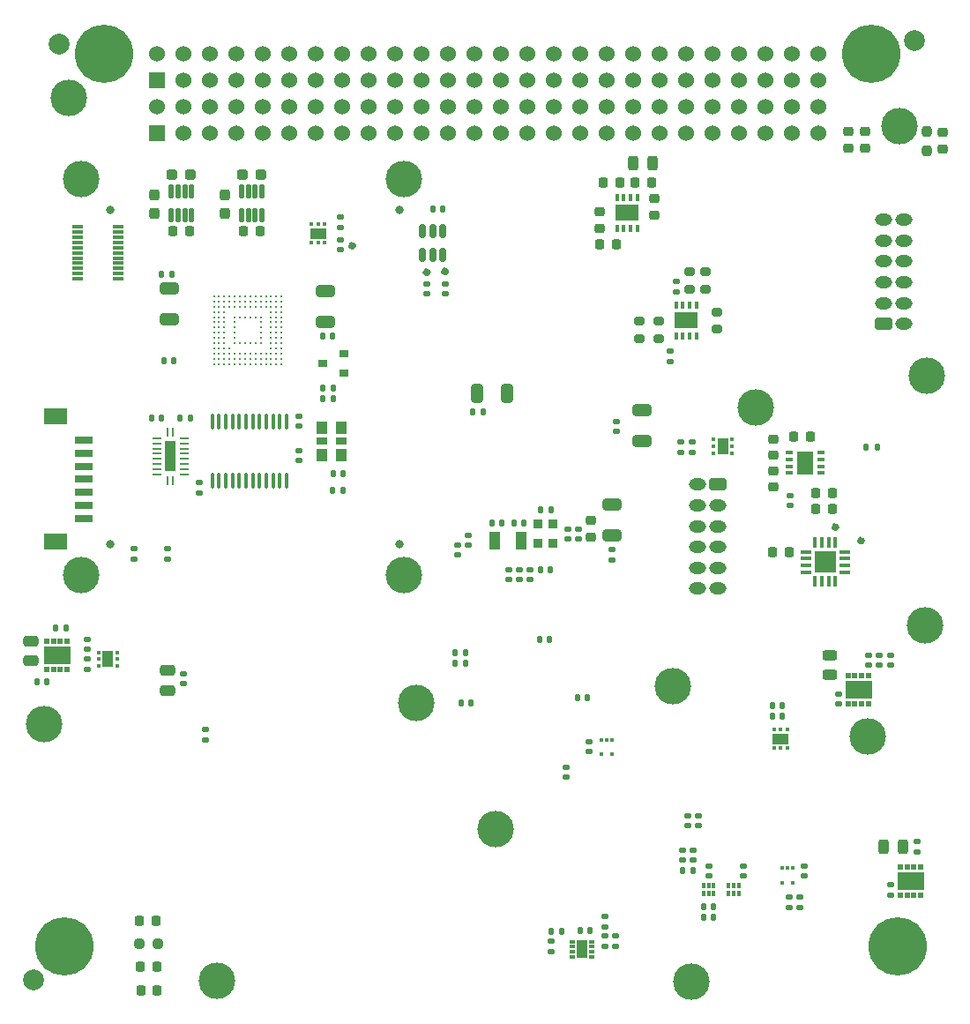
<source format=gbs>
G04 #@! TF.GenerationSoftware,KiCad,Pcbnew,7.0.0-da2b9df05c~171~ubuntu22.04.1*
G04 #@! TF.CreationDate,2023-04-06T22:28:54+03:00*
G04 #@! TF.ProjectId,satnogs-comms,7361746e-6f67-4732-9d63-6f6d6d732e6b,rev?*
G04 #@! TF.SameCoordinates,Original*
G04 #@! TF.FileFunction,Soldermask,Bot*
G04 #@! TF.FilePolarity,Negative*
%FSLAX46Y46*%
G04 Gerber Fmt 4.6, Leading zero omitted, Abs format (unit mm)*
G04 Created by KiCad (PCBNEW 7.0.0-da2b9df05c~171~ubuntu22.04.1) date 2023-04-06 22:28:54*
%MOMM*%
%LPD*%
G01*
G04 APERTURE LIST*
G04 Aperture macros list*
%AMRoundRect*
0 Rectangle with rounded corners*
0 $1 Rounding radius*
0 $2 $3 $4 $5 $6 $7 $8 $9 X,Y pos of 4 corners*
0 Add a 4 corners polygon primitive as box body*
4,1,4,$2,$3,$4,$5,$6,$7,$8,$9,$2,$3,0*
0 Add four circle primitives for the rounded corners*
1,1,$1+$1,$2,$3*
1,1,$1+$1,$4,$5*
1,1,$1+$1,$6,$7*
1,1,$1+$1,$8,$9*
0 Add four rect primitives between the rounded corners*
20,1,$1+$1,$2,$3,$4,$5,0*
20,1,$1+$1,$4,$5,$6,$7,0*
20,1,$1+$1,$6,$7,$8,$9,0*
20,1,$1+$1,$8,$9,$2,$3,0*%
%AMOutline4P*
0 Free polygon, 4 corners , with rotation*
0 The origin of the aperture is its center*
0 number of corners: always 4*
0 $1 to $8 corner X, Y*
0 $9 Rotation angle, in degrees counterclockwise*
0 create outline with 4 corners*
4,1,4,$1,$2,$3,$4,$5,$6,$7,$8,$1,$2,$9*%
G04 Aperture macros list end*
%ADD10C,0.600000*%
%ADD11R,1.524000X1.524000*%
%ADD12C,1.524000*%
%ADD13C,5.600000*%
%ADD14C,3.500000*%
%ADD15C,0.800000*%
%ADD16RoundRect,0.250000X-0.575000X0.350000X-0.575000X-0.350000X0.575000X-0.350000X0.575000X0.350000X0*%
%ADD17O,1.650000X1.200000*%
%ADD18RoundRect,0.250000X0.575000X-0.350000X0.575000X0.350000X-0.575000X0.350000X-0.575000X-0.350000X0*%
%ADD19RoundRect,0.147500X0.172500X-0.147500X0.172500X0.147500X-0.172500X0.147500X-0.172500X-0.147500X0*%
%ADD20RoundRect,0.147500X-0.147500X-0.172500X0.147500X-0.172500X0.147500X0.172500X-0.147500X0.172500X0*%
%ADD21RoundRect,0.087500X-0.425000X-0.087500X0.425000X-0.087500X0.425000X0.087500X-0.425000X0.087500X0*%
%ADD22RoundRect,0.087500X-0.087500X-0.425000X0.087500X-0.425000X0.087500X0.425000X-0.087500X0.425000X0*%
%ADD23R,2.100000X2.100000*%
%ADD24RoundRect,0.218750X-0.218750X-0.256250X0.218750X-0.256250X0.218750X0.256250X-0.218750X0.256250X0*%
%ADD25RoundRect,0.237500X0.287500X0.237500X-0.287500X0.237500X-0.287500X-0.237500X0.287500X-0.237500X0*%
%ADD26RoundRect,0.237500X0.237500X-0.287500X0.237500X0.287500X-0.237500X0.287500X-0.237500X-0.287500X0*%
%ADD27C,0.240000*%
%ADD28RoundRect,0.218750X0.256250X-0.218750X0.256250X0.218750X-0.256250X0.218750X-0.256250X-0.218750X0*%
%ADD29RoundRect,0.218750X0.218750X0.256250X-0.218750X0.256250X-0.218750X-0.256250X0.218750X-0.256250X0*%
%ADD30RoundRect,0.075000X-0.075000X0.275000X-0.075000X-0.275000X0.075000X-0.275000X0.075000X0.275000X0*%
%ADD31R,2.300000X1.500000*%
%ADD32RoundRect,0.147500X0.147500X0.172500X-0.147500X0.172500X-0.147500X-0.172500X0.147500X-0.172500X0*%
%ADD33RoundRect,0.250000X-0.650000X0.325000X-0.650000X-0.325000X0.650000X-0.325000X0.650000X0.325000X0*%
%ADD34RoundRect,0.147500X-0.172500X0.147500X-0.172500X-0.147500X0.172500X-0.147500X0.172500X0.147500X0*%
%ADD35RoundRect,0.250000X0.325000X0.650000X-0.325000X0.650000X-0.325000X-0.650000X0.325000X-0.650000X0*%
%ADD36RoundRect,0.218750X-0.256250X0.218750X-0.256250X-0.218750X0.256250X-0.218750X0.256250X0.218750X0*%
%ADD37R,1.000000X1.800000*%
%ADD38RoundRect,0.250000X0.650000X-0.325000X0.650000X0.325000X-0.650000X0.325000X-0.650000X-0.325000X0*%
%ADD39R,0.470000X0.560000*%
%ADD40C,1.000000*%
%ADD41R,2.520000X1.700000*%
%ADD42RoundRect,0.243750X0.243750X0.456250X-0.243750X0.456250X-0.243750X-0.456250X0.243750X-0.456250X0*%
%ADD43RoundRect,0.140000X0.140000X0.170000X-0.140000X0.170000X-0.140000X-0.170000X0.140000X-0.170000X0*%
%ADD44RoundRect,0.135000X-0.135000X-0.185000X0.135000X-0.185000X0.135000X0.185000X-0.135000X0.185000X0*%
%ADD45RoundRect,0.135000X-0.185000X0.135000X-0.185000X-0.135000X0.185000X-0.135000X0.185000X0.135000X0*%
%ADD46RoundRect,0.093750X0.093750X0.106250X-0.093750X0.106250X-0.093750X-0.106250X0.093750X-0.106250X0*%
%ADD47R,1.000000X1.600000*%
%ADD48RoundRect,0.093750X0.106250X-0.093750X0.106250X0.093750X-0.106250X0.093750X-0.106250X-0.093750X0*%
%ADD49R,1.600000X1.000000*%
%ADD50R,0.300000X0.450000*%
%ADD51RoundRect,0.243750X-0.456250X0.243750X-0.456250X-0.243750X0.456250X-0.243750X0.456250X0.243750X0*%
%ADD52RoundRect,0.135000X0.185000X-0.135000X0.185000X0.135000X-0.185000X0.135000X-0.185000X-0.135000X0*%
%ADD53RoundRect,0.075000X-0.275000X-0.075000X0.275000X-0.075000X0.275000X0.075000X-0.275000X0.075000X0*%
%ADD54R,1.500000X2.300000*%
%ADD55RoundRect,0.140000X0.170000X-0.140000X0.170000X0.140000X-0.170000X0.140000X-0.170000X-0.140000X0*%
%ADD56R,0.300000X0.520000*%
%ADD57R,0.300000X0.490000*%
%ADD58R,0.500000X0.300000*%
%ADD59R,1.050000X1.750000*%
%ADD60RoundRect,0.243750X-0.243750X-0.456250X0.243750X-0.456250X0.243750X0.456250X-0.243750X0.456250X0*%
%ADD61R,1.800000X0.700000*%
%ADD62R,2.200000X1.600000*%
%ADD63R,0.900000X0.800000*%
%ADD64RoundRect,0.135000X0.135000X0.185000X-0.135000X0.185000X-0.135000X-0.185000X0.135000X-0.185000X0*%
%ADD65RoundRect,0.100000X-0.100000X0.637500X-0.100000X-0.637500X0.100000X-0.637500X0.100000X0.637500X0*%
%ADD66RoundRect,0.125000X0.125000X-0.537500X0.125000X0.537500X-0.125000X0.537500X-0.125000X-0.537500X0*%
%ADD67RoundRect,0.250000X-0.475000X0.250000X-0.475000X-0.250000X0.475000X-0.250000X0.475000X0.250000X0*%
%ADD68RoundRect,0.237500X-0.237500X0.250000X-0.237500X-0.250000X0.237500X-0.250000X0.237500X0.250000X0*%
%ADD69RoundRect,0.237500X-0.250000X-0.237500X0.250000X-0.237500X0.250000X0.237500X-0.250000X0.237500X0*%
%ADD70RoundRect,0.200000X0.275000X-0.200000X0.275000X0.200000X-0.275000X0.200000X-0.275000X-0.200000X0*%
%ADD71C,0.050000*%
%ADD72RoundRect,0.200000X-0.275000X0.200000X-0.275000X-0.200000X0.275000X-0.200000X0.275000X0.200000X0*%
%ADD73C,2.000000*%
%ADD74RoundRect,0.225000X-0.225000X-0.250000X0.225000X-0.250000X0.225000X0.250000X-0.225000X0.250000X0*%
%ADD75R,1.000000X0.300000*%
%ADD76RoundRect,0.140000X-0.140000X-0.170000X0.140000X-0.170000X0.140000X0.170000X-0.140000X0.170000X0*%
%ADD77RoundRect,0.225000X-0.250000X0.225000X-0.250000X-0.225000X0.250000X-0.225000X0.250000X0.225000X0*%
%ADD78Outline4P,-0.450000X-0.400000X0.450000X-0.400000X0.450000X0.400000X-0.450000X0.400000X270.000000*%
%ADD79RoundRect,0.140000X-0.170000X0.140000X-0.170000X-0.140000X0.170000X-0.140000X0.170000X0.140000X0*%
%ADD80R,0.240000X0.900000*%
%ADD81R,0.900000X0.240000*%
%ADD82R,1.000000X2.900000*%
%ADD83R,1.000000X1.300000*%
%ADD84R,1.000000X0.700000*%
%ADD85RoundRect,0.150000X-0.150000X0.512500X-0.150000X-0.512500X0.150000X-0.512500X0.150000X0.512500X0*%
G04 APERTURE END LIST*
D10*
X161745600Y-91821000D02*
G75*
G03*
X161745600Y-91821000I-100000J0D01*
G01*
X115365200Y-64820800D02*
G75*
G03*
X115365200Y-64820800I-100000J0D01*
G01*
X124280600Y-67284600D02*
G75*
G03*
X124280600Y-67284600I-100000J0D01*
G01*
X122528000Y-67360800D02*
G75*
G03*
X122528000Y-67360800I-100000J0D01*
G01*
X164209400Y-93116400D02*
G75*
G03*
X164209400Y-93116400I-100000J0D01*
G01*
D11*
X96519999Y-53974999D03*
D12*
X96520000Y-51435000D03*
X99060000Y-53975000D03*
X99060000Y-51435000D03*
X101600000Y-53975000D03*
X101600000Y-51435000D03*
X104140000Y-53975000D03*
X104140000Y-51435000D03*
X106680000Y-53975000D03*
X106680000Y-51435000D03*
X109220000Y-53975000D03*
X109220000Y-51435000D03*
X111760000Y-53975000D03*
X111760000Y-51435000D03*
X114300000Y-53975000D03*
X114300000Y-51435000D03*
X116840000Y-53975000D03*
X116840000Y-51435000D03*
X119380000Y-53975000D03*
X119380000Y-51435000D03*
X121920000Y-53975000D03*
X121920000Y-51435000D03*
X124460000Y-53975000D03*
X124460000Y-51435000D03*
X127000000Y-53975000D03*
X127000000Y-51435000D03*
X129540000Y-53975000D03*
X129540000Y-51435000D03*
X132080000Y-53975000D03*
X132080000Y-51435000D03*
X134620000Y-53975000D03*
X134620000Y-51435000D03*
X137160000Y-53975000D03*
X137160000Y-51435000D03*
X139700000Y-53975000D03*
X139700000Y-51435000D03*
X142240000Y-53975000D03*
X142240000Y-51435000D03*
X144780000Y-53975000D03*
X144780000Y-51435000D03*
X147320000Y-53975000D03*
X147320000Y-51435000D03*
X149860000Y-53975000D03*
X149860000Y-51435000D03*
X152400000Y-53975000D03*
X152400000Y-51435000D03*
X154940000Y-53975000D03*
X154940000Y-51435000D03*
X157480000Y-53975000D03*
X157480000Y-51435000D03*
X160020000Y-53975000D03*
X160020000Y-51435000D03*
D11*
X96519999Y-48894999D03*
D12*
X96520000Y-46355000D03*
X99060000Y-48895000D03*
X99060000Y-46355000D03*
X101600000Y-48895000D03*
X101600000Y-46355000D03*
X104140000Y-48895000D03*
X104140000Y-46355000D03*
X106680000Y-48895000D03*
X106680000Y-46355000D03*
X109220000Y-48895000D03*
X109220000Y-46355000D03*
X111760000Y-48895000D03*
X111760000Y-46355000D03*
X114300000Y-48895000D03*
X114300000Y-46355000D03*
X116840000Y-48895000D03*
X116840000Y-46355000D03*
X119380000Y-48895000D03*
X119380000Y-46355000D03*
X121920000Y-48895000D03*
X121920000Y-46355000D03*
X124460000Y-48895000D03*
X124460000Y-46355000D03*
X127000000Y-48895000D03*
X127000000Y-46355000D03*
X129540000Y-48895000D03*
X129540000Y-46355000D03*
X132080000Y-48895000D03*
X132080000Y-46355000D03*
X134620000Y-48895000D03*
X134620000Y-46355000D03*
X137160000Y-48895000D03*
X137160000Y-46355000D03*
X139700000Y-48895000D03*
X139700000Y-46355000D03*
X142240000Y-48895000D03*
X142240000Y-46355000D03*
X144780000Y-48895000D03*
X144780000Y-46355000D03*
X147320000Y-48895000D03*
X147320000Y-46355000D03*
X149860000Y-48895000D03*
X149860000Y-46355000D03*
X152400000Y-48895000D03*
X152400000Y-46355000D03*
X154940000Y-48895000D03*
X154940000Y-46355000D03*
X157480000Y-48895000D03*
X157480000Y-46355000D03*
X160020000Y-48895000D03*
X160020000Y-46355000D03*
D13*
X165100000Y-46355000D03*
X167640000Y-132080000D03*
X87630000Y-132080000D03*
X91440000Y-46355000D03*
D14*
X164790000Y-111940000D03*
X89237200Y-96393000D03*
X120237200Y-96393000D03*
D15*
X92037200Y-93443000D03*
X119837200Y-93443000D03*
X92037200Y-61343000D03*
X119837200Y-61343000D03*
D14*
X89237200Y-58393000D03*
X120237200Y-58393000D03*
D16*
X150393400Y-87731600D03*
D17*
X148393399Y-87731599D03*
X150393399Y-89731599D03*
X148393399Y-89731599D03*
X150393399Y-91731599D03*
X148393399Y-91731599D03*
X150393399Y-93731599D03*
X148393399Y-93731599D03*
X150393399Y-95731599D03*
X148393399Y-95731599D03*
X150393399Y-97731599D03*
X148393399Y-97731599D03*
D14*
X85725000Y-110744000D03*
X88036000Y-50648000D03*
X102300000Y-135410000D03*
X121412000Y-108712000D03*
X129032000Y-120777000D03*
X146050000Y-107061000D03*
X147800000Y-135430000D03*
X153987000Y-80328000D03*
X164795000Y-111938000D03*
X167820000Y-53330000D03*
X170307000Y-101283000D03*
X170434000Y-77280000D03*
D18*
X166275000Y-72310000D03*
D17*
X168274999Y-72309999D03*
X166274999Y-70309999D03*
X168274999Y-70309999D03*
X166274999Y-68309999D03*
X168274999Y-68309999D03*
X166274999Y-66309999D03*
X168274999Y-66309999D03*
X166274999Y-64309999D03*
X168274999Y-64309999D03*
X166274999Y-62309999D03*
X168274999Y-62309999D03*
D19*
X126415800Y-93550600D03*
X126415800Y-92580600D03*
D20*
X133347600Y-95885000D03*
X134317600Y-95885000D03*
D21*
X158817000Y-96155500D03*
X158817000Y-95505500D03*
X158817000Y-94855500D03*
X158817000Y-94205500D03*
D22*
X159704500Y-93318000D03*
X160354500Y-93318000D03*
X161004500Y-93318000D03*
X161654500Y-93318000D03*
D21*
X162542000Y-94205500D03*
X162542000Y-94855500D03*
X162542000Y-95505500D03*
X162542000Y-96155500D03*
D22*
X161654500Y-97043000D03*
X161004500Y-97043000D03*
X160354500Y-97043000D03*
X159704500Y-97043000D03*
D23*
X160679499Y-95180499D03*
D24*
X98064500Y-63387400D03*
X99639500Y-63387400D03*
D25*
X106483500Y-57987400D03*
X104733500Y-57987400D03*
D26*
X103058500Y-61708000D03*
X103058500Y-59958000D03*
D25*
X99727000Y-57987400D03*
X97977000Y-57987400D03*
D26*
X96302000Y-61712400D03*
X96302000Y-59962400D03*
D24*
X104821000Y-63387400D03*
X106396000Y-63387400D03*
D27*
X101988000Y-76163600D03*
X102988000Y-76163600D03*
X103488000Y-76163600D03*
X103988000Y-76163600D03*
X104488000Y-76163600D03*
X104988000Y-76163600D03*
X105488000Y-76163600D03*
X105988000Y-76163600D03*
X106488000Y-76163600D03*
X106988000Y-76163600D03*
X107488000Y-76163600D03*
X107988000Y-76163600D03*
X108488000Y-76163600D03*
X101988000Y-75663600D03*
X102488000Y-75663600D03*
X102488000Y-76163600D03*
X102988000Y-75663600D03*
X103488000Y-75663600D03*
X103988000Y-75663600D03*
X104488000Y-75663600D03*
X104988000Y-75663600D03*
X105488000Y-75663600D03*
X105988000Y-75663600D03*
X106488000Y-75663600D03*
X106988000Y-75663600D03*
X107488000Y-75663600D03*
X107988000Y-75663600D03*
X108488000Y-75663600D03*
X101988000Y-75163600D03*
X102488000Y-75163600D03*
X102988000Y-75163600D03*
X103488000Y-74663600D03*
X103488000Y-75163600D03*
X103988000Y-75163600D03*
X104488000Y-75163600D03*
X104988000Y-75163600D03*
X105488000Y-75163600D03*
X105988000Y-75163600D03*
X106488000Y-75163600D03*
X106988000Y-75163600D03*
X107488000Y-75163600D03*
X107988000Y-75163600D03*
X108488000Y-75163600D03*
X101988000Y-74663600D03*
X102488000Y-74663600D03*
X102988000Y-74663600D03*
X107488000Y-74663600D03*
X107988000Y-74663600D03*
X108488000Y-74663600D03*
X101988000Y-74163600D03*
X102488000Y-74163600D03*
X102988000Y-74163600D03*
X103988000Y-74163600D03*
X104488000Y-74163600D03*
X104988000Y-74163600D03*
X105488000Y-74163600D03*
X105988000Y-74163600D03*
X106488000Y-74163600D03*
X107488000Y-74163600D03*
X107988000Y-74163600D03*
X108488000Y-74163600D03*
X101988000Y-73663600D03*
X102488000Y-73663600D03*
X102988000Y-73663600D03*
X103988000Y-73663600D03*
X106488000Y-73663600D03*
X107488000Y-73663600D03*
X107988000Y-73663600D03*
X108488000Y-73663600D03*
X101988000Y-73163600D03*
X102488000Y-73163600D03*
X102988000Y-73163600D03*
X103988000Y-73163600D03*
X106488000Y-73163600D03*
X107488000Y-73163600D03*
X107988000Y-73163600D03*
X108488000Y-73163600D03*
X101988000Y-72663600D03*
X102488000Y-72663600D03*
X102988000Y-72663600D03*
X103988000Y-72663600D03*
X106488000Y-72663600D03*
X107488000Y-72663600D03*
X107988000Y-72663600D03*
X108488000Y-72663600D03*
X101988000Y-72163600D03*
X102488000Y-72163600D03*
X102988000Y-72163600D03*
X103988000Y-72163600D03*
X106488000Y-72163600D03*
X107488000Y-72163600D03*
X107988000Y-72163600D03*
X108488000Y-72163600D03*
X101988000Y-71663600D03*
X102488000Y-71663600D03*
X102988000Y-71663600D03*
X103988000Y-71663600D03*
X104488000Y-71663600D03*
X104988000Y-71663600D03*
X105488000Y-71663600D03*
X105988000Y-71663600D03*
X106488000Y-71663600D03*
X107488000Y-71663600D03*
X107988000Y-71663600D03*
X108488000Y-71663600D03*
X101988000Y-71163600D03*
X102488000Y-71163600D03*
X102988000Y-71163600D03*
X107488000Y-71163600D03*
X107988000Y-71163600D03*
X108488000Y-71163600D03*
X101988000Y-70663600D03*
X102488000Y-70663600D03*
X102988000Y-70663600D03*
X103488000Y-70663600D03*
X103988000Y-70663600D03*
X104488000Y-70663600D03*
X104988000Y-70663600D03*
X105488000Y-70663600D03*
X105988000Y-70663600D03*
X106488000Y-70663600D03*
X106988000Y-70663600D03*
X107488000Y-70663600D03*
X107988000Y-70663600D03*
X108488000Y-70663600D03*
X101988000Y-70163600D03*
X102488000Y-69663600D03*
X102488000Y-70163600D03*
X102988000Y-70163600D03*
X103488000Y-70163600D03*
X103988000Y-70163600D03*
X104488000Y-70163600D03*
X104988000Y-70163600D03*
X105488000Y-70163600D03*
X105988000Y-70163600D03*
X106488000Y-70163600D03*
X106988000Y-70163600D03*
X107488000Y-70163600D03*
X107988000Y-70163600D03*
X108488000Y-70163600D03*
X101988000Y-69663600D03*
X102988000Y-69663600D03*
X103488000Y-69663600D03*
X103988000Y-69663600D03*
X104488000Y-69663600D03*
X104988000Y-69663600D03*
X105488000Y-69663600D03*
X105988000Y-69663600D03*
X106488000Y-69663600D03*
X106988000Y-69663600D03*
X107488000Y-69663600D03*
X107988000Y-69663600D03*
X108488000Y-69663600D03*
D24*
X139360200Y-58745100D03*
X140935200Y-58745100D03*
D28*
X139039600Y-63144500D03*
X139039600Y-61569500D03*
D29*
X140614500Y-64668400D03*
X139039500Y-64668400D03*
X143983200Y-58745100D03*
X142408200Y-58745100D03*
D30*
X140688700Y-60165100D03*
X141338700Y-60165100D03*
X141988700Y-60165100D03*
X142638700Y-60165100D03*
X142638700Y-63165100D03*
X141988700Y-63165100D03*
X141338700Y-63165100D03*
X140688700Y-63165100D03*
D31*
X141663699Y-61665099D03*
D28*
X144272000Y-61849100D03*
X144272000Y-60274100D03*
D32*
X98168600Y-75858800D03*
X97198600Y-75858800D03*
D20*
X112438600Y-73522000D03*
X113408600Y-73522000D03*
D33*
X97683600Y-68948200D03*
X97683600Y-71898200D03*
D34*
X140639800Y-81684000D03*
X140639800Y-82654000D03*
D20*
X96970000Y-67553000D03*
X97940000Y-67553000D03*
D33*
X112695000Y-69200400D03*
X112695000Y-72150400D03*
D34*
X140208000Y-94003000D03*
X140208000Y-94973000D03*
D19*
X125425200Y-94513400D03*
X125425200Y-93543400D03*
D20*
X126847600Y-80721200D03*
X127817600Y-80721200D03*
D33*
X143078200Y-80567000D03*
X143078200Y-83517000D03*
D35*
X130176800Y-78994000D03*
X127226800Y-78994000D03*
D36*
X138209400Y-91177900D03*
X138209400Y-92752900D03*
D34*
X110185200Y-81176000D03*
X110185200Y-82146000D03*
D37*
X128975799Y-93157999D03*
X131475799Y-93157999D03*
D20*
X133373000Y-90170000D03*
X134343000Y-90170000D03*
D32*
X131777600Y-91458000D03*
X130807600Y-91458000D03*
D19*
X136956800Y-92991800D03*
X136956800Y-92021800D03*
D34*
X135940800Y-92021800D03*
X135940800Y-92991800D03*
D38*
X140208000Y-92610200D03*
X140208000Y-89660200D03*
D34*
X130276600Y-95882600D03*
X130276600Y-96852600D03*
D32*
X129644000Y-91458000D03*
X128674000Y-91458000D03*
D34*
X132308600Y-95882600D03*
X132308600Y-96852600D03*
X131292600Y-95882600D03*
X131292600Y-96852600D03*
D24*
X155625700Y-94208600D03*
X157200700Y-94208600D03*
D39*
X85949599Y-102759999D03*
X86599599Y-102759999D03*
X87249599Y-102759999D03*
X87899599Y-102759999D03*
X87899599Y-105499999D03*
X87249599Y-105499999D03*
X86599599Y-105499999D03*
X85949599Y-105499999D03*
D40*
X86416600Y-104130000D03*
D41*
X86949999Y-104129999D03*
D40*
X87483400Y-104130000D03*
D32*
X85950000Y-106700000D03*
X84980000Y-106700000D03*
D20*
X86807320Y-101488240D03*
X87777320Y-101488240D03*
D42*
X144150600Y-56889900D03*
X142275600Y-56889900D03*
D43*
X138109900Y-130530600D03*
X137149900Y-130530600D03*
D44*
X134402100Y-130619500D03*
X135422100Y-130619500D03*
D45*
X134404100Y-131582700D03*
X134404100Y-132602700D03*
D19*
X157251400Y-128320800D03*
X157251400Y-127350800D03*
X158242000Y-128320800D03*
X158242000Y-127350800D03*
D34*
X89865200Y-102575500D03*
X89865200Y-103545500D03*
D19*
X89865200Y-105475900D03*
X89865200Y-104505900D03*
D46*
X92675300Y-103847400D03*
X92675300Y-104497400D03*
X92675300Y-105147400D03*
X90900300Y-105147400D03*
X90900300Y-104497400D03*
X90900300Y-103847400D03*
D47*
X91787799Y-104497399D03*
D19*
X147002500Y-123776600D03*
X147002500Y-122806600D03*
X148513800Y-120474600D03*
X148513800Y-119504600D03*
D20*
X147025500Y-124764800D03*
X147995500Y-124764800D03*
D34*
X148018500Y-122806600D03*
X148018500Y-123776600D03*
D19*
X147497800Y-120474600D03*
X147497800Y-119504600D03*
D48*
X157058700Y-113040200D03*
X156408700Y-113040200D03*
X155758700Y-113040200D03*
X155758700Y-111265200D03*
X156408700Y-111265200D03*
X157058700Y-111265200D03*
D49*
X156408699Y-112152699D03*
D20*
X155598000Y-109982000D03*
X156568000Y-109982000D03*
X155598000Y-108991400D03*
X156568000Y-108991400D03*
D39*
X167887199Y-124412399D03*
X168537199Y-124412399D03*
X169187199Y-124412399D03*
X169837199Y-124412399D03*
X169837199Y-127152399D03*
X169187199Y-127152399D03*
X168537199Y-127152399D03*
X167887199Y-127152399D03*
D40*
X168354200Y-125782400D03*
D41*
X168887599Y-125782399D03*
D40*
X169421000Y-125782400D03*
D19*
X166941500Y-127135680D03*
X166941500Y-126165680D03*
X169494200Y-122980380D03*
X169494200Y-122010380D03*
D50*
X139225399Y-112228399D03*
X139725399Y-112228399D03*
X140225399Y-112228399D03*
X140225399Y-113628399D03*
X139225399Y-113628399D03*
D32*
X137873600Y-108204000D03*
X136903600Y-108204000D03*
X134216000Y-102616000D03*
X133246000Y-102616000D03*
D20*
X125168800Y-103911400D03*
X126138800Y-103911400D03*
X125168800Y-104902000D03*
X126138800Y-104902000D03*
X125725200Y-108712000D03*
X126695200Y-108712000D03*
D32*
X149964000Y-128270000D03*
X148994000Y-128270000D03*
D20*
X148994000Y-129260600D03*
X149964000Y-129260600D03*
D19*
X162001200Y-108826300D03*
X162001200Y-107856300D03*
X164846000Y-105082200D03*
X164846000Y-104112200D03*
D51*
X161163000Y-104091500D03*
X161163000Y-105966500D03*
D39*
X162880599Y-106079899D03*
X163530599Y-106079899D03*
X164180599Y-106079899D03*
X164830599Y-106079899D03*
X164830599Y-108819899D03*
X164180599Y-108819899D03*
X163530599Y-108819899D03*
X162880599Y-108819899D03*
D40*
X163347600Y-107449900D03*
D41*
X163880999Y-107449899D03*
D40*
X164414400Y-107449900D03*
D19*
X165900100Y-105082200D03*
X165900100Y-104112200D03*
X166966900Y-105082200D03*
X166966900Y-104112200D03*
X135770000Y-115845000D03*
X135770000Y-114875000D03*
D34*
X138049000Y-112415600D03*
X138049000Y-113385600D03*
D45*
X139573000Y-131087400D03*
X139573000Y-132107400D03*
X139573000Y-129157000D03*
X139573000Y-130177000D03*
D52*
X140563600Y-132107400D03*
X140563600Y-131087400D03*
D46*
X151737500Y-83410000D03*
X151737500Y-84060000D03*
X151737500Y-84710000D03*
X149962500Y-84710000D03*
X149962500Y-84060000D03*
X149962500Y-83410000D03*
D47*
X150849999Y-84059999D03*
D19*
X147900000Y-84645000D03*
X147900000Y-83675000D03*
X146850000Y-84645000D03*
X146850000Y-83675000D03*
D28*
X155702000Y-87973000D03*
X155702000Y-86398000D03*
D29*
X161379000Y-88519000D03*
X159804000Y-88519000D03*
D24*
X159804000Y-90043000D03*
X161379000Y-90043000D03*
D36*
X155702000Y-83350000D03*
X155702000Y-84925000D03*
D53*
X157250000Y-86636500D03*
X157250000Y-85986500D03*
X157250000Y-85336500D03*
X157250000Y-84686500D03*
X160250000Y-84686500D03*
X160250000Y-85336500D03*
X160250000Y-85986500D03*
X160250000Y-86636500D03*
D54*
X158749999Y-85661499D03*
D29*
X159227500Y-83143500D03*
X157652500Y-83143500D03*
D34*
X157302200Y-88796000D03*
X157302200Y-89766000D03*
D55*
X149491700Y-125321000D03*
X149491700Y-124361000D03*
X158683200Y-125298200D03*
X158683200Y-124338200D03*
D56*
X152404699Y-126973799D03*
X151904699Y-126973799D03*
X151404699Y-126973799D03*
D57*
X151404699Y-126223799D03*
X151904699Y-126223799D03*
X152404699Y-126223799D03*
D58*
X138225099Y-131609399D03*
X138225099Y-132109399D03*
X138225099Y-132609399D03*
X138225099Y-133109399D03*
X136425099Y-133109399D03*
X136425099Y-132609399D03*
X136425099Y-132109399D03*
X136425099Y-131609399D03*
D59*
X137325099Y-132359399D03*
D50*
X156540199Y-124533199D03*
X157040199Y-124533199D03*
X157540199Y-124533199D03*
X157540199Y-125933199D03*
X156540199Y-125933199D03*
D56*
X149991699Y-126973799D03*
X149491699Y-126973799D03*
X148991699Y-126973799D03*
D57*
X148991699Y-126223799D03*
X149491699Y-126223799D03*
X149991699Y-126223799D03*
D55*
X152806400Y-125321000D03*
X152806400Y-124361000D03*
D60*
X166296100Y-122469980D03*
X168171100Y-122469980D03*
D55*
X110185200Y-85417600D03*
X110185200Y-84457600D03*
D61*
X89458799Y-90973599D03*
X89458799Y-89723599D03*
X89458799Y-88473599D03*
X89458799Y-87223599D03*
X89458799Y-85973599D03*
X89458799Y-84723599D03*
X89458799Y-83473599D03*
D62*
X86758799Y-93223599D03*
X86758799Y-81223599D03*
D63*
X114440999Y-75147599D03*
X114440999Y-77047599D03*
X112440999Y-76097599D03*
D44*
X112441000Y-79491000D03*
X113461000Y-79491000D03*
D64*
X113461000Y-78475000D03*
X112441000Y-78475000D03*
D65*
X101830200Y-81683100D03*
X102480200Y-81683100D03*
X103130200Y-81683100D03*
X103780200Y-81683100D03*
X104430200Y-81683100D03*
X105080200Y-81683100D03*
X105730200Y-81683100D03*
X106380200Y-81683100D03*
X107030200Y-81683100D03*
X107680200Y-81683100D03*
X108330200Y-81683100D03*
X108980200Y-81683100D03*
X108980200Y-87408100D03*
X108330200Y-87408100D03*
X107680200Y-87408100D03*
X107030200Y-87408100D03*
X106380200Y-87408100D03*
X105730200Y-87408100D03*
X105080200Y-87408100D03*
X104430200Y-87408100D03*
X103780200Y-87408100D03*
X103130200Y-87408100D03*
X102480200Y-87408100D03*
X101830200Y-87408100D03*
D52*
X100579200Y-88560800D03*
X100579200Y-87540800D03*
D66*
X106600000Y-61897500D03*
X105950000Y-61897500D03*
X105300000Y-61897500D03*
X104650000Y-61897500D03*
X104650000Y-59622500D03*
X105300000Y-59622500D03*
X105950000Y-59622500D03*
X106600000Y-59622500D03*
X99850000Y-61872500D03*
X99200000Y-61872500D03*
X98550000Y-61872500D03*
X97900000Y-61872500D03*
X97900000Y-59597500D03*
X98550000Y-59597500D03*
X99200000Y-59597500D03*
X99850000Y-59597500D03*
D55*
X114117400Y-65213600D03*
X114117400Y-64253600D03*
D67*
X97561400Y-105603000D03*
X97561400Y-107503000D03*
D68*
X170475000Y-53847500D03*
X170475000Y-55672500D03*
D48*
X112633800Y-64528900D03*
X111983800Y-64528900D03*
X111333800Y-64528900D03*
X111333800Y-62753900D03*
X111983800Y-62753900D03*
X112633800Y-62753900D03*
D49*
X111983799Y-63641399D03*
D69*
X94812500Y-131785000D03*
X96637500Y-131785000D03*
D64*
X114429000Y-88290400D03*
X113409000Y-88290400D03*
D70*
X144729200Y-73697600D03*
X144729200Y-72047600D03*
D71*
X161645600Y-91821000D03*
D67*
X84400000Y-102750000D03*
X84400000Y-104650000D03*
D44*
X164640000Y-84160000D03*
X165660000Y-84160000D03*
D72*
X147675600Y-67311000D03*
X147675600Y-68961000D03*
D73*
X169250000Y-45160000D03*
D55*
X114117400Y-63029200D03*
X114117400Y-62069200D03*
D52*
X97550000Y-94920000D03*
X97550000Y-93900000D03*
D74*
X94950000Y-134035000D03*
X96500000Y-134035000D03*
D30*
X146357600Y-70483600D03*
X147007600Y-70483600D03*
X147657600Y-70483600D03*
X148307600Y-70483600D03*
X148307600Y-73483600D03*
X147657600Y-73483600D03*
X147007600Y-73483600D03*
X146357600Y-73483600D03*
D31*
X147332599Y-71983599D03*
D75*
X88900999Y-62995599D03*
X92800999Y-62995599D03*
X88900999Y-63495599D03*
X92800999Y-63495599D03*
X88900999Y-63995599D03*
X92800999Y-63995599D03*
X88900999Y-64495599D03*
X92800999Y-64495599D03*
X88900999Y-64995599D03*
X92800999Y-64995599D03*
X88900999Y-65495599D03*
X92800999Y-65495599D03*
X88900999Y-65995599D03*
X92800999Y-65995599D03*
X88900999Y-66495599D03*
X92800999Y-66495599D03*
X88900999Y-66995599D03*
X92800999Y-66995599D03*
X88900999Y-67495599D03*
X92800999Y-67495599D03*
X88900999Y-67995599D03*
X92800999Y-67995599D03*
D70*
X150250000Y-72808600D03*
X150250000Y-71158600D03*
D45*
X101225000Y-111250000D03*
X101225000Y-112270000D03*
D72*
X142849600Y-72047600D03*
X142849600Y-73697600D03*
X149174200Y-67311000D03*
X149174200Y-68961000D03*
D71*
X115265200Y-64820800D03*
D76*
X113467000Y-86690200D03*
X114427000Y-86690200D03*
D71*
X124180600Y-67284600D03*
D77*
X162925000Y-53860000D03*
X162925000Y-55410000D03*
D78*
X134583000Y-91505600D03*
X134583000Y-93355600D03*
X133133000Y-93355600D03*
X133133000Y-91505600D03*
D76*
X122989400Y-61315600D03*
X123949400Y-61315600D03*
X95984400Y-81396000D03*
X96944400Y-81396000D03*
D52*
X146380200Y-69217000D03*
X146380200Y-68197000D03*
D74*
X94875000Y-129635000D03*
X96425000Y-129635000D03*
D71*
X122428000Y-67360800D03*
D45*
X145775000Y-74950000D03*
X145775000Y-75970000D03*
D73*
X87100000Y-45460000D03*
D79*
X99060000Y-105920600D03*
X99060000Y-106880600D03*
D80*
X98060599Y-82728199D03*
D81*
X99110599Y-83278199D03*
X99110599Y-83778199D03*
X99110599Y-84278199D03*
X99110599Y-84778199D03*
X99110599Y-85278199D03*
X99110599Y-85778199D03*
X99110599Y-86278199D03*
X99110599Y-86778199D03*
D80*
X98060599Y-87328199D03*
X97560599Y-87328199D03*
D81*
X96510599Y-86778199D03*
X96510599Y-86278199D03*
X96510599Y-85778199D03*
X96510599Y-85278199D03*
X96510599Y-84778199D03*
X96510599Y-84278199D03*
X96510599Y-83778199D03*
X96510599Y-83278199D03*
D80*
X97560599Y-82728199D03*
D82*
X97810599Y-85028199D03*
D76*
X98753000Y-81396000D03*
X99713000Y-81396000D03*
D71*
X164109400Y-93116400D03*
D55*
X122428000Y-69441000D03*
X122428000Y-68481000D03*
D77*
X171950000Y-53960000D03*
X171950000Y-55510000D03*
D83*
X112324999Y-84884999D03*
D84*
X112324999Y-83584999D03*
D83*
X112324999Y-82284999D03*
X114224999Y-82284999D03*
D84*
X114224999Y-83584999D03*
D83*
X114224999Y-84884999D03*
D73*
X84700000Y-135260000D03*
D74*
X94975000Y-136310000D03*
X96525000Y-136310000D03*
D52*
X94300000Y-94870000D03*
X94300000Y-93850000D03*
D85*
X122036800Y-63429300D03*
X122986800Y-63429300D03*
X123936800Y-63429300D03*
X123936800Y-65704300D03*
X122986800Y-65704300D03*
X122036800Y-65704300D03*
D55*
X124180600Y-69441000D03*
X124180600Y-68481000D03*
D77*
X164550000Y-53860000D03*
X164550000Y-55410000D03*
M02*

</source>
